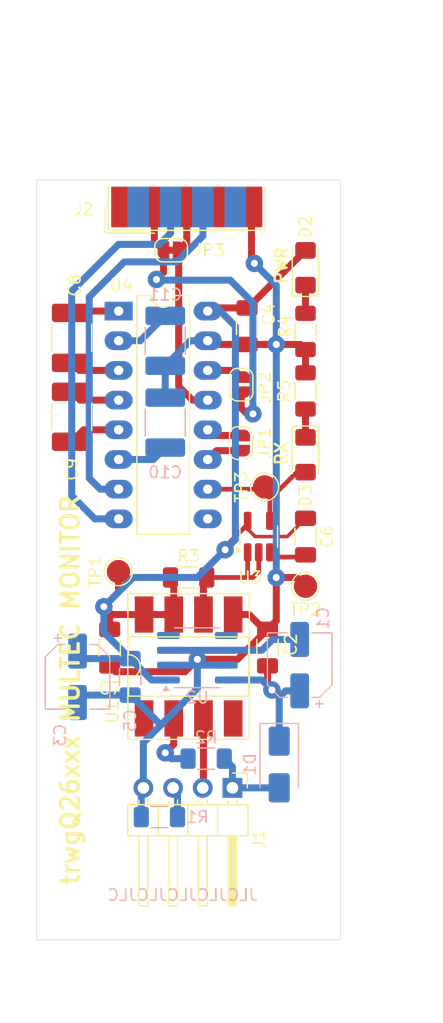
<source format=kicad_pcb>
(kicad_pcb (version 20221018) (generator pcbnew)
  (layers (0 "F.Cu" signal) (31 "B.Cu" signal) (34 "B.Paste" user) (35 "F.Paste" user) (36 "B.SilkS" user "B.Silkscreen") (37 "F.SilkS" user "F.Silkscreen") (38 "B.Mask" user) (39 "F.Mask" user) (44 "Edge.Cuts" user))
  (net 0 "")
  (net 1 "Net-(D1-K)")
  (net 2 "GND")
  (net 3 "+5V")
  (net 4 "Net-(U4-C1+)")
  (net 5 "Net-(U4-C1-)")
  (net 6 "Net-(U4-C2+)")
  (net 7 "Net-(U4-C2-)")
  (net 8 "Net-(U4-VS-)")
  (net 9 "Net-(U4-VS+)")
  (net 10 "Net-(D1-A)")
  (net 11 "Net-(D2-K)")
  (net 12 "Net-(D3-K)")
  (net 13 "Net-(D3-A)")
  (net 14 "Net-(J1-Pin_2)")
  (net 15 "Net-(J1-Pin_3)")
  (net 17 "Net-(JP2-A)")
  (net 18 "Net-(JP3-A)")
  (net 21 "Net-(U4-R2IN)")
  (net 22 "Net-(U4-T2OUT)")
  (net 24 "Net-(JP1-A)")
  (net 25 "Net-(JP1-B)")
  (net 26 "Net-(JP2-B)")
  (net 27 "Net-(U1-A)")
  (net 28 "Net-(U1-VO)")
  (footprint "Connector_PinHeader_2.54mm:PinHeader_1x04_P2.54mm_Horizontal" (layer "F.Cu") (at 120.75 100.5 -90)
    (fp_text reference "J1" (at 4.385 -2.27 90) (layer "F.SilkS"))
    (fp_text value "CAR")
    (fp_line (start -1.27 -1.27) (end 0 -1.27) (stroke (width 0.12)) (layer "F.SilkS"))
    (fp_line (start -1.27 0) (end -1.27 -1.27) (stroke (width 0.12)) (layer "F.SilkS"))
    (fp_line (start 1.042929 2.16) (end 1.44 2.16) (stroke (width 0.12)) (layer "F.SilkS"))
    (fp_line (start 1.042929 2.92) (end 1.44 2.92) (stroke (width 0.12)) (layer "F.SilkS"))
    (fp_line (start 1.042929 4.7) (end 1.44 4.7) (stroke (width 0.12)) (layer "F.SilkS"))
    (fp_line (start 1.042929 5.46) (end 1.44 5.46) (stroke (width 0.12)) (layer "F.SilkS"))
    (fp_line (start 1.042929 7.24) (end 1.44 7.24) (stroke (width 0.12)) (layer "F.SilkS"))
    (fp_line (start 1.042929 8) (end 1.44 8) (stroke (width 0.12)) (layer "F.SilkS"))
    (fp_line (start 1.11 -0.38) (end 1.44 -0.38) (stroke (width 0.12)) (layer "F.SilkS"))
    (fp_line (start 1.11 0.38) (end 1.44 0.38) (stroke (width 0.12)) (layer "F.SilkS"))
    (fp_line (start 1.44 -1.33) (end 1.44 8.95) (stroke (width 0.12)) (layer "F.SilkS"))
    (fp_line (start 1.44 1.27) (end 4.1 1.27) (stroke (width 0.12)) (layer "F.SilkS"))
    (fp_line (start 1.44 3.81) (end 4.1 3.81) (stroke (width 0.12)) (layer "F.SilkS"))
    (fp_line (start 1.44 6.35) (end 4.1 6.35) (stroke (width 0.12)) (layer "F.SilkS"))
    (fp_line (start 1.44 8.95) (end 4.1 8.95) (stroke (width 0.12)) (layer "F.SilkS"))
    (fp_line (start 4.1 -1.33) (end 1.44 -1.33) (stroke (width 0.12)) (layer "F.SilkS"))
    (fp_line (start 4.1 -0.38) (end 10.1 -0.38) (stroke (width 0.12)) (layer "F.SilkS"))
    (fp_line (start 4.1 -0.32) (end 10.1 -0.32) (stroke (width 0.12)) (layer "F.SilkS"))
    (fp_line (start 4.1 -0.2) (end 10.1 -0.2) (stroke (width 0.12)) (layer "F.SilkS"))
    (fp_line (start 4.1 -0.08) (end 10.1 -0.08) (stroke (width 0.12)) (layer "F.SilkS"))
    (fp_line (start 4.1 0.04) (end 10.1 0.04) (stroke (width 0.12)) (layer "F.SilkS"))
    (fp_line (start 4.1 0.16) (end 10.1 0.16) (stroke (width 0.12)) (layer "F.SilkS"))
    (fp_line (start 4.1 0.28) (end 10.1 0.28) (stroke (width 0.12)) (layer "F.SilkS"))
    (fp_line (start 4.1 2.16) (end 10.1 2.16) (stroke (width 0.12)) (layer "F.SilkS"))
    (fp_line (start 4.1 4.7) (end 10.1 4.7) (stroke (width 0.12)) (layer "F.SilkS"))
    (fp_line (start 4.1 7.24) (end 10.1 7.24) (stroke (width 0.12)) (layer "F.SilkS"))
    (fp_line (start 4.1 8.95) (end 4.1 -1.33) (stroke (width 0.12)) (layer "F.SilkS"))
    (fp_line (start 10.1 -0.38) (end 10.1 0.38) (stroke (width 0.12)) (layer "F.SilkS"))
    (fp_line (start 10.1 0.38) (end 4.1 0.38) (stroke (width 0.12)) (layer "F.SilkS"))
    (fp_line (start 10.1 2.16) (end 10.1 2.92) (stroke (width 0.12)) (layer "F.SilkS"))
    (fp_line (start 10.1 2.92) (end 4.1 2.92) (stroke (width 0.12)) (layer "F.SilkS"))
    (fp_line (start 10.1 4.7) (end 10.1 5.46) (stroke (width 0.12)) (layer "F.SilkS"))
    (fp_line (start 10.1 5.46) (end 4.1 5.46) (stroke (width 0.12)) (layer "F.SilkS"))
    (fp_line (start 10.1 7.24) (end 10.1 8) (stroke (width 0.12)) (layer "F.SilkS"))
    (fp_line (start 10.1 8) (end 4.1 8) (stroke (width 0.12)) (layer "F.SilkS"))
    (pad "1" thru_hole rect (at 0 0 270) (size 1.7 1.7) (drill 1) (layers "*.Cu" "*.Mask") (net 10 "Net-(D1-A)"))
    (pad "2" thru_hole oval (at 0 2.54 270) (size 1.7 1.7) (drill 1) (layers "*.Cu" "*.Mask") (net 14 "Net-(J1-Pin_2)"))
    (pad "3" thru_hole oval (at 0 5.08 270) (size 1.7 1.7) (drill 1) (layers "*.Cu" "*.Mask") (net 15 "Net-(J1-Pin_3)"))
    (pad "4" thru_hole oval (at 0 7.62 270) (size 1.7 1.7) (drill 1) (layers "*.Cu" "*.Mask") (net 2 "GND"))
  )
  (footprint "Resistor_SMD:R_1206_3216Metric_Pad1.30x1.75mm_HandSolder" (layer "F.Cu") (at 127 66.54 90)
    (fp_text reference "R5" (at 0 -1.82 90) (layer "F.SilkS"))
    (fp_text value "2k2")
    (fp_line (start -0.727064 -0.91) (end 0.727064 -0.91) (stroke (width 0.12)) (layer "F.SilkS"))
    (fp_line (start -0.727064 0.91) (end 0.727064 0.91) (stroke (width 0.12)) (layer "F.SilkS"))
    (pad "1" smd roundrect (at -1.55 0 90) (size 1.3 1.75) (layers "F.Cu" "F.Paste" "F.Mask") (roundrect_rratio 0.1923076923) (net 12 "Net-(D3-K)"))
    (pad "2" smd roundrect (at 1.55 0 90) (size 1.3 1.75) (layers "F.Cu" "F.Paste" "F.Mask") (roundrect_rratio 0.1923076923) (net 2 "GND"))
  )
  (footprint "Capacitor_SMD:C_1206_3216Metric_Pad1.33x1.80mm_HandSolder" (layer "F.Cu") (at 123.75 88.5 90)
    (fp_text reference "C2" (at 0.25 2 90) (layer "F.SilkS"))
    (fp_text value "100n")
    (fp_line (start -0.711252 -0.91) (end 0.711252 -0.91) (stroke (width 0.12)) (layer "F.SilkS"))
    (fp_line (start -0.711252 0.91) (end 0.711252 0.91) (stroke (width 0.12)) (layer "F.SilkS"))
    (pad "1" smd roundrect (at -1.5625 0 90) (size 1.325 1.8) (layers "F.Cu" "F.Paste" "F.Mask") (roundrect_rratio 0.1886792453) (net 1 "Net-(D1-K)"))
    (pad "2" smd roundrect (at 1.5625 0 90) (size 1.325 1.8) (layers "F.Cu" "F.Paste" "F.Mask") (roundrect_rratio 0.1886792453) (net 2 "GND"))
  )
  (footprint "Jumper:SolderJumper-2_P1.3mm_Open_RoundedPad1.0x1.5mm" (layer "F.Cu") (at 121.5 71 -90)
    (fp_text reference "JP1" (at 0 -2 90) (layer "F.SilkS"))
    (fp_text value "SB1")
    (fp_line (start -1.4 0.3) (end -1.4 -0.3) (stroke (width 0.12)) (layer "F.SilkS"))
    (fp_line (start -0.7 -1) (end 0.7 -1) (stroke (width 0.12)) (layer "F.SilkS"))
    (fp_line (start 0.7 1) (end -0.7 1) (stroke (width 0.12)) (layer "F.SilkS"))
    (fp_line (start 1.4 -0.3) (end 1.4 0.3) (stroke (width 0.12)) (layer "F.SilkS"))
    (fp_arc (start -1.4 -0.3) (mid -1.194975 -0.794975) (end -0.7 -1) (stroke (width 0.12)) (layer "F.SilkS"))
    (fp_arc (start -0.7 1) (mid -1.194975 0.794975) (end -1.4 0.3) (stroke (width 0.12)) (layer "F.SilkS"))
    (fp_arc (start 0.7 -1) (mid 1.194975 -0.794975) (end 1.4 -0.3) (stroke (width 0.12)) (layer "F.SilkS"))
    (fp_arc (start 1.4 0.3) (mid 1.194975 0.794975) (end 0.7 1) (stroke (width 0.12)) (layer "F.SilkS"))
    (pad "1" smd custom (at -0.65 0 270) (size 1 0.5) (layers "F.Cu" "F.Mask") (net 24 "Net-(JP1-A)") (options (clearance outline) (anchor rect)) (primitives (gr_circle (center 0 0.25) (end 0.5 0.25) (width 0) (fill yes)) (gr_circle (center 0 -0.25) (end 0.5 -0.25) (width 0) (fill yes)) (gr_poly (pts (xy 0.5 0.75) (xy 0 0.75) (xy 0 -0.75) (xy 0.5 -0.75)) (width 0) (fill yes))))
    (pad "2" smd custom (at 0.65 0 270) (size 1 0.5) (layers "F.Cu" "F.Mask") (net 25 "Net-(JP1-B)") (options (clearance outline) (anchor rect)) (primitives (gr_circle (center 0 0.25) (end 0.5 0.25) (width 0) (fill yes)) (gr_circle (center 0 -0.25) (end 0.5 -0.25) (width 0) (fill yes)) (gr_poly (pts (xy 0 0.75) (xy -0.5 0.75) (xy -0.5 -0.75) (xy 0 -0.75)) (width 0) (fill yes))))
  )
  (footprint "Capacitor_SMD:C_1812_4532Metric_Pad1.57x3.40mm_HandSolder" (layer "F.Cu") (at 107 62 -90)
    (fp_text reference "C8" (at -4.5 -0.25 -90) (layer "F.SilkS"))
    (fp_text value "1u")
    (fp_line (start -1.161252 -1.71) (end 1.161252 -1.71) (stroke (width 0.12)) (layer "F.SilkS"))
    (fp_line (start -1.161252 1.71) (end 1.161252 1.71) (stroke (width 0.12)) (layer "F.SilkS"))
    (pad "1" smd roundrect (at -2.1375 0 270) (size 1.575 3.4) (layers "F.Cu" "F.Paste" "F.Mask") (roundrect_rratio 0.1587301587) (net 4 "Net-(U4-C1+)"))
    (pad "2" smd roundrect (at 2.1375 0 270) (size 1.575 3.4) (layers "F.Cu" "F.Paste" "F.Mask") (roundrect_rratio 0.1587301587) (net 5 "Net-(U4-C1-)"))
  )
  (footprint "Package_TO_SOT_SMD:SOT-23-5_HandSoldering" (layer "F.Cu") (at 123 79 90)
    (fp_text reference "U3" (at -3.5 -0.75 180) (layer "F.SilkS"))
    (fp_text value "74AHC1G00")
    (fp_line (start -0.9 1.61) (end 0.9 1.61) (stroke (width 0.12)) (layer "F.SilkS"))
    (fp_line (start 0.1 -1.61) (end -0.7 -1.61) (stroke (width 0.12)) (layer "F.SilkS"))
    (fp_line (start 0.1 -1.61) (end 0.9 -1.61) (stroke (width 0.12)) (layer "F.SilkS"))
    (fp_poly (pts (xy -1.2 -1.56) (xy -1.44 -1.89) (xy -0.96 -1.89) (xy -1.2 -1.56)) (stroke (width 0.12)) (fill solid) (layer "F.SilkS"))
    (pad "1" smd roundrect (at -1.35 -0.95 90) (size 1.56 0.65) (layers "F.Cu" "F.Paste" "F.Mask") (net 28 "Net-(U1-VO)"))
    (pad "2" smd roundrect (at -1.35 0 90) (size 1.56 0.65) (layers "F.Cu" "F.Paste" "F.Mask") (net 28 "Net-(U1-VO)"))
    (pad "3" smd roundrect (at -1.35 0.95 90) (size 1.56 0.65) (layers "F.Cu" "F.Paste" "F.Mask") (net 2 "GND"))
    (pad "4" smd roundrect (at 1.35 0.95 90) (size 1.56 0.65) (layers "F.Cu" "F.Paste" "F.Mask") (net 13 "Net-(D3-A)"))
    (pad "5" smd roundrect (at 1.35 -0.95 90) (size 1.56 0.65) (layers "F.Cu" "F.Paste" "F.Mask") (net 3 "+5V"))
  )
  (footprint "TestPoint:TestPoint_Pad_D2.0mm" (layer "F.Cu") (at 127 83.25 180)
    (fp_text reference "TP2" (at 0 -1.998 180) (layer "F.SilkS"))
    (fp_text value "GND")
    (fp_circle (center 0 0) (end 0 1.2) (stroke (width 0.12)) (fill none) (layer "F.SilkS"))
    (pad "1" smd circle (at 0 0 180) (size 2 2) (layers "F.Cu" "F.Mask") (net 2 "GND"))
  )
  (footprint "Connector_Dsub:DSUB-9_Female_EdgeMount_P2.77mm" (layer "F.Cu") (at 116.84 50.8 180)
    (fp_text reference "J2" (at 8.84 -0.2) (layer "F.SilkS"))
    (fp_text value "PC")
    (fp_line (start -6.723333 -2) (end -6.723333 1.74) (stroke (width 0.12)) (layer "F.SilkS"))
    (fp_line (start 6.723333 -2) (end -6.723333 -2) (stroke (width 0.12)) (layer "F.SilkS"))
    (fp_line (start 6.723333 1.74) (end 6.723333 -2) (stroke (width 0.12)) (layer "F.SilkS"))
    (fp_line (start 6.963333 -2.24) (end 2.77 -2.24) (stroke (width 0.12)) (layer "F.SilkS"))
    (fp_line (start 6.963333 0) (end 6.963333 -2.24) (stroke (width 0.12)) (layer "F.SilkS"))
    (pad "1" smd rect (at 5.54 0 180) (size 1.846667 3.48) (layers "F.Cu" "F.Paste" "F.Mask"))
    (pad "2" smd rect (at 2.77 0 180) (size 1.846667 3.48) (layers "F.Cu" "F.Paste" "F.Mask") (net 17 "Net-(JP2-A)"))
    (pad "3" smd rect (at 0 0 180) (size 1.846667 3.48) (layers "F.Cu" "F.Paste" "F.Mask") (net 18 "Net-(JP3-A)"))
    (pad "4" smd rect (at -2.77 0 180) (size 1.846667 3.48) (layers "F.Cu" "F.Paste" "F.Mask"))
    (pad "5" smd rect (at -5.54 0 180) (size 1.846667 3.48) (layers "F.Cu" "F.Paste" "F.Mask") (net 2 "GND"))
    (pad "6" smd rect (at 4.155 0 180) (size 1.846667 3.48) (layers "B.Cu" "B.Paste" "B.Mask"))
    (pad "7" smd rect (at 1.385 0 180) (size 1.846667 3.48) (layers "B.Cu" "B.Paste" "B.Mask") (net 21 "Net-(U4-R2IN)"))
    (pad "8" smd rect (at -1.385 0 180) (size 1.846667 3.48) (layers "B.Cu" "B.Paste" "B.Mask") (net 22 "Net-(U4-T2OUT)"))
    (pad "9" smd rect (at -4.155 0 180) (size 1.846667 3.48) (layers "B.Cu" "B.Paste" "B.Mask"))
  )
  (footprint "TestPoint:TestPoint_Pad_D2.0mm" (layer "F.Cu") (at 111 82 90)
    (fp_text reference "TP1" (at 0 -1.998 90) (layer "F.SilkS"))
    (fp_text value "+5V")
    (fp_circle (center 0 0) (end 0 1.2) (stroke (width 0.12)) (fill none) (layer "F.SilkS"))
    (pad "1" smd circle (at 0 0 90) (size 2 2) (layers "F.Cu" "F.Mask") (net 3 "+5V"))
  )
  (footprint "Capacitor_SMD:C_1206_3216Metric_Pad1.33x1.80mm_HandSolder" (layer "F.Cu") (at 110.25 88.5 -90)
    (fp_text reference "C7" (at 3.5 0 -180) (layer "F.SilkS"))
    (fp_text value "100n")
    (fp_line (start -0.711252 -0.91) (end 0.711252 -0.91) (stroke (width 0.12)) (layer "F.SilkS"))
    (fp_line (start -0.711252 0.91) (end 0.711252 0.91) (stroke (width 0.12)) (layer "F.SilkS"))
    (pad "1" smd roundrect (at -1.5625 0 270) (size 1.325 1.8) (layers "F.Cu" "F.Paste" "F.Mask") (roundrect_rratio 0.1886792453) (net 3 "+5V"))
    (pad "2" smd roundrect (at 1.5625 0 270) (size 1.325 1.8) (layers "F.Cu" "F.Paste" "F.Mask") (roundrect_rratio 0.1886792453) (net 2 "GND"))
  )
  (footprint "LED_SMD:LED_1206_3216Metric_Pad1.42x1.75mm_HandSolder" (layer "F.Cu") (at 127 72 -90)
    (fp_text reference "D3" (at 3.5 0 90) (layer "F.SilkS"))
    (fp_text value "RX")
    (fp_line (start -2.46 -1.135) (end -2.46 1.135) (stroke (width 0.12)) (layer "F.SilkS"))
    (fp_line (start -2.46 1.135) (end 1.6 1.135) (stroke (width 0.12)) (layer "F.SilkS"))
    (fp_line (start 1.6 -1.135) (end -2.46 -1.135) (stroke (width 0.12)) (layer "F.SilkS"))
    (pad "1" smd roundrect (at -1.4875 0 270) (size 1.425 1.75) (layers "F.Cu" "F.Paste" "F.Mask") (roundrect_rratio 0.1754392982) (net 12 "Net-(D3-K)"))
    (pad "2" smd roundrect (at 1.4875 0 270) (size 1.425 1.75) (layers "F.Cu" "F.Paste" "F.Mask") (roundrect_rratio 0.1754392982) (net 13 "Net-(D3-A)"))
  )
  (footprint "TestPoint:TestPoint_Pad_D2.0mm" (layer "F.Cu") (at 123.5 74.75 90)
    (fp_text reference "TP3" (at 0 -1.998 90) (layer "F.SilkS"))
    (fp_text value "SIG")
    (fp_circle (center 0 0) (end 0 1.2) (stroke (width 0.12)) (fill none) (layer "F.SilkS"))
    (pad "1" smd circle (at 0 0 90) (size 2 2) (layers "F.Cu" "F.Mask") (net 13 "Net-(D3-A)"))
  )
  (footprint "Package_DIP:DIP-16_W7.62mm_LongPads" (layer "F.Cu") (at 111.015 59.705)
    (fp_text reference "U4" (at 0.235 -2.205) (layer "F.SilkS"))
    (fp_text value "MAX232")
    (fp_line (start 1.56 -1.33) (end 1.56 19.11) (stroke (width 0.12)) (layer "F.SilkS"))
    (fp_line (start 1.56 19.11) (end 6.06 19.11) (stroke (width 0.12)) (layer "F.SilkS"))
    (fp_line (start 2.81 -1.33) (end 1.56 -1.33) (stroke (width 0.12)) (layer "F.SilkS"))
    (fp_line (start 6.06 -1.33) (end 4.81 -1.33) (stroke (width 0.12)) (layer "F.SilkS"))
    (fp_line (start 6.06 19.11) (end 6.06 -1.33) (stroke (width 0.12)) (layer "F.SilkS"))
    (fp_arc (start 4.81 -1.33) (mid 3.81 -0.33) (end 2.81 -1.33) (stroke (width 0.12)) (layer "F.SilkS"))
    (pad "1" thru_hole rect (at 0 0) (size 2.4 1.6) (drill 0.8) (layers "*.Cu" "*.Mask") (net 4 "Net-(U4-C1+)"))
    (pad "2" thru_hole oval (at 0 2.54) (size 2.4 1.6) (drill 0.8) (layers "*.Cu" "*.Mask") (net 9 "Net-(U4-VS+)"))
    (pad "3" thru_hole oval (at 0 5.08) (size 2.4 1.6) (drill 0.8) (layers "*.Cu" "*.Mask") (net 5 "Net-(U4-C1-)"))
    (pad "4" thru_hole oval (at 0 7.62) (size 2.4 1.6) (drill 0.8) (layers "*.Cu" "*.Mask") (net 6 "Net-(U4-C2+)"))
    (pad "5" thru_hole oval (at 0 10.16) (size 2.4 1.6) (drill 0.8) (layers "*.Cu" "*.Mask") (net 7 "Net-(U4-C2-)"))
    (pad "6" thru_hole oval (at 0 12.7) (size 2.4 1.6) (drill 0.8) (layers "*.Cu" "*.Mask") (net 8 "Net-(U4-VS-)"))
    (pad "7" thru_hole oval (at 0 15.24) (size 2.4 1.6) (drill 0.8) (layers "*.Cu" "*.Mask") (net 22 "Net-(U4-T2OUT)"))
    (pad "8" thru_hole oval (at 0 17.78) (size 2.4 1.6) (drill 0.8) (layers "*.Cu" "*.Mask") (net 21 "Net-(U4-R2IN)"))
    (pad "9" thru_hole oval (at 7.62 17.78) (size 2.4 1.6) (drill 0.8) (layers "*.Cu" "*.Mask"))
    (pad "10" thru_hole oval (at 7.62 15.24) (size 2.4 1.6) (drill 0.8) (layers "*.Cu" "*.Mask") (net 13 "Net-(D3-A)"))
    (pad "11" thru_hole oval (at 7.62 12.7) (size 2.4 1.6) (drill 0.8) (layers "*.Cu" "*.Mask") (net 25 "Net-(JP1-B)"))
    (pad "12" thru_hole oval (at 7.62 10.16) (size 2.4 1.6) (drill 0.8) (layers "*.Cu" "*.Mask") (net 24 "Net-(JP1-A)"))
    (pad "13" thru_hole oval (at 7.62 7.62) (size 2.4 1.6) (drill 0.8) (layers "*.Cu" "*.Mask") (net 18 "Net-(JP3-A)"))
    (pad "14" thru_hole oval (at 7.62 5.08) (size 2.4 1.6) (drill 0.8) (layers "*.Cu" "*.Mask") (net 26 "Net-(JP2-B)"))
    (pad "15" thru_hole oval (at 7.62 2.54) (size 2.4 1.6) (drill 0.8) (layers "*.Cu" "*.Mask") (net 2 "GND"))
    (pad "16" thru_hole oval (at 7.62 0) (size 2.4 1.6) (drill 0.8) (layers "*.Cu" "*.Mask") (net 3 "+5V"))
  )
  (footprint "LED_SMD:LED_1206_3216Metric_Pad1.42x1.75mm_HandSolder" (layer "F.Cu") (at 127 56 90)
    (fp_text reference "D2" (at 3.5 0 90) (layer "F.SilkS"))
    (fp_text value "PWR")
    (fp_line (start -2.46 -1.135) (end -2.46 1.135) (stroke (width 0.12)) (layer "F.SilkS"))
    (fp_line (start -2.46 1.135) (end 1.6 1.135) (stroke (width 0.12)) (layer "F.SilkS"))
    (fp_line (start 1.6 -1.135) (end -2.46 -1.135) (stroke (width 0.12)) (layer "F.SilkS"))
    (pad "1" smd roundrect (at -1.4875 0 90) (size 1.425 1.75) (layers "F.Cu" "F.Paste" "F.Mask") (roundrect_rratio 0.1754392982) (net 11 "Net-(D2-K)"))
    (pad "2" smd roundrect (at 1.4875 0 90) (size 1.425 1.75) (layers "F.Cu" "F.Paste" "F.Mask") (roundrect_rratio 0.1754392982) (net 3 "+5V"))
  )
  (footprint "Capacitor_SMD:C_1812_4532Metric_Pad1.57x3.40mm_HandSolder" (layer "F.Cu") (at 107 68.75 -90)
    (fp_text reference "C9" (at 4.5 0 -90) (layer "F.SilkS"))
    (fp_text value "1u")
    (fp_line (start -1.161252 -1.71) (end 1.161252 -1.71) (stroke (width 0.12)) (layer "F.SilkS"))
    (fp_line (start -1.161252 1.71) (end 1.161252 1.71) (stroke (width 0.12)) (layer "F.SilkS"))
    (pad "1" smd roundrect (at -2.1375 0 270) (size 1.575 3.4) (layers "F.Cu" "F.Paste" "F.Mask") (roundrect_rratio 0.1587301587) (net 6 "Net-(U4-C2+)"))
    (pad "2" smd roundrect (at 2.1375 0 270) (size 1.575 3.4) (layers "F.Cu" "F.Paste" "F.Mask") (roundrect_rratio 0.1587301587) (net 7 "Net-(U4-C2-)"))
  )
  (footprint "Package_DIP:DIP-8_W8.89mm_SMDSocket_LongPads" (layer "F.Cu") (at 117 90.115 90)
    (fp_text reference "U1" (at -3.885 -6.5 270) (layer "F.SilkS"))
    (fp_text value "6N137")
    (fp_line (start -6.235 -5.2) (end -6.235 5.2) (stroke (width 0.12)) (layer "F.SilkS"))
    (fp_line (start -6.235 5.2) (end 6.235 5.2) (stroke (width 0.12)) (layer "F.SilkS"))
    (fp_line (start -2.535 -5.14) (end -2.535 5.14) (stroke (width 0.12)) (layer "F.SilkS"))
    (fp_line (start -2.535 5.14) (end 2.535 5.14) (stroke (width 0.12)) (layer "F.SilkS"))
    (fp_line (start -1 -5.14) (end -2.535 -5.14) (stroke (width 0.12)) (layer "F.SilkS"))
    (fp_line (start 2.535 -5.14) (end 1 -5.14) (stroke (width 0.12)) (layer "F.SilkS"))
    (fp_line (start 2.535 5.14) (end 2.535 -5.14) (stroke (width 0.12)) (layer "F.SilkS"))
    (fp_line (start 6.235 -5.2) (end -6.235 -5.2) (stroke (width 0.12)) (layer "F.SilkS"))
    (fp_line (start 6.235 5.2) (end 6.235 -5.2) (stroke (width 0.12)) (layer "F.SilkS"))
    (fp_arc (start 1 -5.14) (mid 0 -4.14) (end -1 -5.14) (stroke (width 0.12)) (layer "F.SilkS"))
    (pad "1" smd rect (at -4.445 -3.81 90) (size 3.1 1.6) (layers "F.Cu" "F.Paste" "F.Mask"))
    (pad "2" smd rect (at -4.445 -1.27 90) (size 3.1 1.6) (layers "F.Cu" "F.Paste" "F.Mask") (net 27 "Net-(U1-A)"))
    (pad "3" smd rect (at -4.445 1.27 90) (size 3.1 1.6) (layers "F.Cu" "F.Paste" "F.Mask") (net 14 "Net-(J1-Pin_2)"))
    (pad "4" smd rect (at -4.445 3.81 90) (size 3.1 1.6) (layers "F.Cu" "F.Paste" "F.Mask"))
    (pad "5" smd rect (at 4.445 3.81 90) (size 3.1 1.6) (layers "F.Cu" "F.Paste" "F.Mask") (net 2 "GND"))
    (pad "6" smd rect (at 4.445 1.27 90) (size 3.1 1.6) (layers "F.Cu" "F.Paste" "F.Mask") (net 28 "Net-(U1-VO)"))
    (pad "7" smd rect (at 4.445 -1.27 90) (size 3.1 1.6) (layers "F.Cu" "F.Paste" "F.Mask") (net 3 "+5V"))
    (pad "8" smd rect (at 4.445 -3.81 90) (size 3.1 1.6) (layers "F.Cu" "F.Paste" "F.Mask") (net 3 "+5V"))
  )
  (footprint "Capacitor_SMD:C_1206_3216Metric_Pad1.33x1.80mm_HandSolder" (layer "F.Cu") (at 127 79 -90)
    (fp_text reference "C6" (at 0 -1.85 90) (layer "F.SilkS"))
    (fp_text value "100n")
    (fp_line (start -0.711252 -0.91) (end 0.711252 -0.91) (stroke (width 0.12)) (layer "F.SilkS"))
    (fp_line (start -0.711252 0.91) (end 0.711252 0.91) (stroke (width 0.12)) (layer "F.SilkS"))
    (pad "1" smd roundrect (at -1.5625 0 270) (size 1.325 1.8) (layers "F.Cu" "F.Paste" "F.Mask") (roundrect_rratio 0.1886792453) (net 3 "+5V"))
    (pad "2" smd roundrect (at 1.5625 0 270) (size 1.325 1.8) (layers "F.Cu" "F.Paste" "F.Mask") (roundrect_rratio 0.1886792453) (net 2 "GND"))
  )
  (footprint "Jumper:SolderJumper-2_P1.3mm_Bridged_RoundedPad1.0x1.5mm" (layer "F.Cu") (at 115.5 54.5 180)
    (fp_text reference "JP3" (at -3.25 0) (layer "F.SilkS"))
    (fp_text value "SB3")
    (fp_poly (pts (xy 0.25 -0.3) (xy -0.25 -0.3) (xy -0.25 0.3) (xy 0.25 0.3)) (fill solid) (layer "F.Cu"))
    (fp_line (start -1.4 0.3) (end -1.4 -0.3) (stroke (width 0.12)) (layer "F.SilkS"))
    (fp_line (start -0.7 -1) (end 0.7 -1) (stroke (width 0.12)) (layer "F.SilkS"))
    (fp_line (start 0.7 1) (end -0.7 1) (stroke (width 0.12)) (layer "F.SilkS"))
    (fp_line (start 1.4 -0.3) (end 1.4 0.3) (stroke (width 0.12)) (layer "F.SilkS"))
    (fp_arc (start -1.4 -0.3) (mid -1.194975 -0.794975) (end -0.7 -1) (stroke (width 0.12)) (layer "F.SilkS"))
    (fp_arc (start -0.7 1) (mid -1.194975 0.794975) (end -1.4 0.3) (stroke (width 0.12)) (layer "F.SilkS"))
    (fp_arc (start 0.7 -1) (mid 1.194975 -0.794975) (end 1.4 -0.3) (stroke (width 0.12)) (layer "F.SilkS"))
    (fp_arc (start 1.4 0.3) (mid 1.194975 0.794975) (end 0.7 1) (stroke (width 0.12)) (layer "F.SilkS"))
    (pad "1" smd custom (at -0.65 0 180) (size 1 0.5) (layers "F.Cu" "F.Mask") (net 18 "Net-(JP3-A)") (options (clearance outline) (anchor rect)) (primitives (gr_circle (center 0 0.25) (end 0.5 0.25) (width 0) (fill yes)) (gr_circle (center 0 -0.25) (end 0.5 -0.25) (width 0) (fill yes)) (gr_poly (pts (xy 0.5 0.75) (xy 0 0.75) (xy 0 -0.75) (xy 0.5 -0.75)) (width 0) (fill yes))))
    (pad "2" smd custom (at 0.65 0 180) (size 1 0.5) (layers "F.Cu" "F.Mask") (net 17 "Net-(JP2-A)") (options (clearance outline) (anchor rect)) (primitives (gr_circle (center 0 0.25) (end 0.5 0.25) (width 0) (fill yes)) (gr_circle (center 0 -0.25) (end 0.5 -0.25) (width 0) (fill yes)) (gr_poly (pts (xy 0 0.75) (xy -0.5 0.75) (xy -0.5 -0.75) (xy 0 -0.75)) (width 0) (fill yes))))
  )
  (footprint "Resistor_SMD:R_1206_3216Metric_Pad1.30x1.75mm_HandSolder" (layer "F.Cu") (at 117 82.5)
    (fp_text reference "R3" (at 0 -1.82) (layer "F.SilkS"))
    (fp_text value "3k9")
    (fp_line (start -0.727064 -0.91) (end 0.727064 -0.91) (stroke (width 0.12)) (layer "F.SilkS"))
    (fp_line (start -0.727064 0.91) (end 0.727064 0.91) (stroke (width 0.12)) (layer "F.SilkS"))
    (pad "1" smd roundrect (at -1.55 0) (size 1.3 1.75) (layers "F.Cu" "F.Paste" "F.Mask") (roundrect_rratio 0.1923076923) (net 3 "+5V"))
    (pad "2" smd roundrect (at 1.55 0) (size 1.3 1.75) (layers "F.Cu" "F.Paste" "F.Mask") (roundrect_rratio 0.1923076923) (net 28 "Net-(U1-VO)"))
  )
  (footprint "Capacitor_SMD:C_1206_3216Metric_Pad1.33x1.80mm_HandSolder" (layer "F.Cu") (at 122 61 -90)
    (fp_text reference "C4" (at -1 -1.85 90) (layer "F.SilkS"))
    (fp_text value "100n")
    (fp_line (start -0.711252 -0.91) (end 0.711252 -0.91) (stroke (width 0.12)) (layer "F.SilkS"))
    (fp_line (start -0.711252 0.91) (end 0.711252 0.91) (stroke (width 0.12)) (layer "F.SilkS"))
    (pad "1" smd roundrect (at -1.5625 0 270) (size 1.325 1.8) (layers "F.Cu" "F.Paste" "F.Mask") (roundrect_rratio 0.1886792453) (net 3 "+5V"))
    (pad "2" smd roundrect (at 1.5625 0 270) (size 1.325 1.8) (layers "F.Cu" "F.Paste" "F.Mask") (roundrect_rratio 0.1886792453) (net 2 "GND"))
  )
  (footprint "Resistor_SMD:R_1206_3216Metric_Pad1.30x1.75mm_HandSolder" (layer "F.Cu") (at 127 61.45 -90)
    (fp_text reference "R4" (at -0.45 1.75 90) (layer "F.SilkS"))
    (fp_text value "2k2")
    (fp_line (start -0.727064 -0.91) (end 0.727064 -0.91) (stroke (width 0.12)) (layer "F.SilkS"))
    (fp_line (start -0.727064 0.91) (end 0.727064 0.91) (stroke (width 0.12)) (layer "F.SilkS"))
    (pad "1" smd roundrect (at -1.55 0 270) (size 1.3 1.75) (layers "F.Cu" "F.Paste" "F.Mask") (roundrect_rratio 0.1923076923) (net 11 "Net-(D2-K)"))
    (pad "2" smd roundrect (at 1.55 0 270) (size 1.3 1.75) (layers "F.Cu" "F.Paste" "F.Mask") (roundrect_rratio 0.1923076923) (net 2 "GND"))
  )
  (footprint "Jumper:SolderJumper-2_P1.3mm_Open_RoundedPad1.0x1.5mm" (layer "F.Cu") (at 121.5 66 90)
    (fp_text reference "JP2" (at -0.25 2 270) (layer "F.SilkS"))
    (fp_text value "SB2")
    (fp_line (start -1.4 0.3) (end -1.4 -0.3) (stroke (width 0.12)) (layer "F.SilkS"))
    (fp_line (start -0.7 -1) (end 0.7 -1) (stroke (width 0.12)) (layer "F.SilkS"))
    (fp_line (start 0.7 1) (end -0.7 1) (stroke (width 0.12)) (layer "F.SilkS"))
    (fp_line (start 1.4 -0.3) (end 1.4 0.3) (stroke (width 0.12)) (layer "F.SilkS"))
    (fp_arc (start -1.4 -0.3) (mid -1.194975 -0.794975) (end -0.7 -1) (stroke (width 0.12)) (layer "F.SilkS"))
    (fp_arc (start -0.7 1) (mid -1.194975 0.794975) (end -1.4 0.3) (stroke (width 0.12)) (layer "F.SilkS"))
    (fp_arc (start 0.7 -1) (mid 1.194975 -0.794975) (end 1.4 -0.3) (stroke (width 0.12)) (layer "F.SilkS"))
    (fp_arc (start 1.4 0.3) (mid 1.194975 0.794975) (end 0.7 1) (stroke (width 0.12)) (layer "F.SilkS"))
    (pad "1" smd custom (at -0.65 0 90) (size 1 0.5) (layers "F.Cu" "F.Mask") (net 17 "Net-(JP2-A)") (options (clearance outline) (anchor rect)) (primitives (gr_circle (center 0 0.25) (end 0.5 0.25) (width 0) (fill yes)) (gr_circle (center 0 -0.25) (end 0.5 -0.25) (width 0) (fill yes)) (gr_poly (pts (xy 0.5 0.75) (xy 0 0.75) (xy 0 -0.75) (xy 0.5 -0.75)) (width 0) (fill yes))))
    (pad "2" smd custom (at 0.65 0 90) (size 1 0.5) (layers "F.Cu" "F.Mask") (net 26 "Net-(JP2-B)") (options (clearance outline) (anchor rect)) (primitives (gr_circle (center 0 0.25) (end 0.5 0.25) (width 0) (fill yes)) (gr_circle (center 0 -0.25) (end 0.5 -0.25) (width 0) (fill yes)) (gr_poly (pts (xy 0 0.75) (xy -0.5 0.75) (xy -0.5 -0.75) (xy 0 -0.75)) (width 0) (fill yes))))
  )
  (footprint "Capacitor_SMD:CP_Elec_5x3" (layer "B.Cu") (at 107.5 91 -90)
    (fp_text reference "C3" (at 5 1.5 -90) (layer "B.SilkS") (effects (justify mirror)))
    (fp_text value "10u")
    (fp_line (start -3.625 1.685) (end -3 1.685) (stroke (width 0.12)) (layer "B.SilkS"))
    (fp_line (start -3.3125 1.9975) (end -3.3125 1.3725) (stroke (width 0.12)) (layer "B.SilkS"))
    (fp_line (start -2.76 -1.695563) (end -2.76 -1.06) (stroke (width 0.12)) (layer "B.SilkS"))
    (fp_line (start -2.76 -1.695563) (end -1.695563 -2.76) (stroke (width 0.12)) (layer "B.SilkS"))
    (fp_line (start -2.76 1.695563) (end -2.76 1.06) (stroke (width 0.12)) (layer "B.SilkS"))
    (fp_line (start -2.76 1.695563) (end -1.695563 2.76) (stroke (width 0.12)) (layer "B.SilkS"))
    (fp_line (start -1.695563 -2.76) (end 2.76 -2.76) (stroke (width 0.12)) (layer "B.SilkS"))
    (fp_line (start -1.695563 2.76) (end 2.76 2.76) (stroke (width 0.12)) (layer "B.SilkS"))
    (fp_line (start 2.76 -2.76) (end 2.76 -1.06) (stroke (width 0.12)) (layer "B.SilkS"))
    (fp_line (start 2.76 2.76) (end 2.76 1.06) (stroke (width 0.12)) (layer "B.SilkS"))
    (pad "1" smd roundrect (at -2.2 0 270) (size 3 1.6) (layers "B.Cu" "B.Paste" "B.Mask") (roundrect_rratio 0.15625) (net 3 "+5V"))
    (pad "2" smd roundrect (at 2.2 0 270) (size 3 1.6) (layers "B.Cu" "B.Paste" "B.Mask") (roundrect_rratio 0.15625) (net 2 "GND"))
  )
  (footprint "Capacitor_SMD:C_1206_3216Metric_Pad1.33x1.80mm_HandSolder" (layer "B.Cu") (at 112 91 -90)
    (fp_text reference "C5" (at 3.75 0 90) (layer "B.SilkS") (effects (justify mirror)))
    (fp_text value "100n")
    (fp_line (start -0.711252 -0.91) (end 0.711252 -0.91) (stroke (width 0.12)) (layer "B.SilkS"))
    (fp_line (start -0.711252 0.91) (end 0.711252 0.91) (stroke (width 0.12)) (layer "B.SilkS"))
    (pad "1" smd roundrect (at -1.5625 0 270) (size 1.325 1.8) (layers "B.Cu" "B.Paste" "B.Mask") (roundrect_rratio 0.1886792453) (net 3 "+5V"))
    (pad "2" smd roundrect (at 1.5625 0 270) (size 1.325 1.8) (layers "B.Cu" "B.Paste" "B.Mask") (roundrect_rratio 0.1886792453) (net 2 "GND"))
  )
  (footprint "Capacitor_SMD:C_1812_4532Metric_Pad1.57x3.40mm_HandSolder" (layer "B.Cu") (at 115 62.25 -90)
    (fp_text reference "C11" (at -3.95 0 -180) (layer "B.SilkS") (effects (justify mirror)))
    (fp_text value "1u")
    (fp_line (start -1.161252 -1.71) (end 1.161252 -1.71) (stroke (width 0.12)) (layer "B.SilkS"))
    (fp_line (start -1.161252 1.71) (end 1.161252 1.71) (stroke (width 0.12)) (layer "B.SilkS"))
    (pad "1" smd roundrect (at -2.1375 0 270) (size 1.575 3.4) (layers "B.Cu" "B.Paste" "B.Mask") (roundrect_rratio 0.1587301587) (net 9 "Net-(U4-VS+)"))
    (pad "2" smd roundrect (at 2.1375 0 270) (size 1.575 3.4) (layers "B.Cu" "B.Paste" "B.Mask") (roundrect_rratio 0.1587301587) (net 2 "GND"))
  )
  (footprint "Capacitor_SMD:C_1812_4532Metric_Pad1.57x3.40mm_HandSolder" (layer "B.Cu") (at 115 69.25 -90)
    (fp_text reference "C10" (at 4.25 0 -180) (layer "B.SilkS") (effects (justify mirror)))
    (fp_text value "1u")
    (fp_line (start -1.161252 -1.71) (end 1.161252 -1.71) (stroke (width 0.12)) (layer "B.SilkS"))
    (fp_line (start -1.161252 1.71) (end 1.161252 1.71) (stroke (width 0.12)) (layer "B.SilkS"))
    (pad "1" smd roundrect (at -2.1375 0 270) (size 1.575 3.4) (layers "B.Cu" "B.Paste" "B.Mask") (roundrect_rratio 0.1587301587) (net 2 "GND"))
    (pad "2" smd roundrect (at 2.1375 0 270) (size 1.575 3.4) (layers "B.Cu" "B.Paste" "B.Mask") (roundrect_rratio 0.1587301587) (net 8 "Net-(U4-VS-)"))
  )
  (footprint "Resistor_SMD:R_1206_3216Metric_Pad1.30x1.75mm_HandSolder" (layer "B.Cu") (at 114.5 103 180)
    (fp_text reference "R1" (at -3.25 0) (layer "B.SilkS") (effects (justify mirror)))
    (fp_text value "10k")
    (fp_line (start -0.727064 -0.91) (end 0.727064 -0.91) (stroke (width 0.12)) (layer "B.SilkS"))
    (fp_line (start -0.727064 0.91) (end 0.727064 0.91) (stroke (width 0.12)) (layer "B.SilkS"))
    (pad "1" smd roundrect (at -1.55 0 180) (size 1.3 1.75) (layers "B.Cu" "B.Paste" "B.Mask") (roundrect_rratio 0.1923076923) (net 15 "Net-(J1-Pin_3)"))
    (pad "2" smd roundrect (at 1.55 0 180) (size 1.3 1.75) (layers "B.Cu" "B.Paste" "B.Mask") (roundrect_rratio 0.1923076923) (net 2 "GND"))
  )
  (footprint "Capacitor_SMD:CP_Elec_5x3" (layer "B.Cu") (at 126.5 90 90)
    (fp_text reference "C1" (at 4 2 90) (layer "B.SilkS") (effects (justify mirror)))
    (fp_text value "100u")
    (fp_line (start -3.625 1.685) (end -3 1.685) (stroke (width 0.12)) (layer "B.SilkS"))
    (fp_line (start -3.3125 1.9975) (end -3.3125 1.3725) (stroke (width 0.12)) (layer "B.SilkS"))
    (fp_line (start -2.76 -1.695563) (end -2.76 -1.06) (stroke (width 0.12)) (layer "B.SilkS"))
    (fp_line (start -2.76 -1.695563) (end -1.695563 -2.76) (stroke (width 0.12)) (layer "B.SilkS"))
    (fp_line (start -2.76 1.695563) (end -2.76 1.06) (stroke (width 0.12)) (layer "B.SilkS"))
    (fp_line (start -2.76 1.695563) (end -1.695563 2.76) (stroke (width 0.12)) (layer "B.SilkS"))
    (fp_line (start -1.695563 -2.76) (end 2.76 -2.76) (stroke (width 0.12)) (layer "B.SilkS"))
    (fp_line (start -1.695563 2.76) (end 2.76 2.76) (stroke (width 0.12)) (layer "B.SilkS"))
    (fp_line (start 2.76 -2.76) (end 2.76 -1.06) (stroke (width 0.12)) (layer "B.SilkS"))
    (fp_line (start 2.76 2.76) (end 2.76 1.06) (stroke (width 0.12)) (layer "B.SilkS"))
    (pad "1" smd roundrect (at -2.2 0 90) (size 3 1.6) (layers "B.Cu" "B.Paste" "B.Mask") (roundrect_rratio 0.15625) (net 1 "Net-(D1-K)"))
    (pad "2" smd roundrect (at 2.2 0 90) (size 3 1.6) (layers "B.Cu" "B.Paste" "B.Mask") (roundrect_rratio 0.15625) (net 2 "GND"))
  )
  (footprint "Package_SO:SOIC-8_3.9x4.9mm_P1.27mm" (layer "B.Cu") (at 117.75 89.365)
    (fp_text reference "U2" (at 0 3.4) (layer "B.SilkS") (effects (justify mirror)))
    (fp_text value "LM78L05_SO8")
    (fp_line (start 0 -2.56) (end -1.95 -2.56) (stroke (width 0.12)) (layer "B.SilkS"))
    (fp_line (start 0 -2.56) (end 1.95 -2.56) (stroke (width 0.12)) (layer "B.SilkS"))
    (fp_line (start 0 2.56) (end -1.95 2.56) (stroke (width 0.12)) (layer "B.SilkS"))
    (fp_line (start 0 2.56) (end 1.95 2.56) (stroke (width 0.12)) (layer "B.SilkS"))
    (fp_poly (pts (xy -2.7 2.465) (xy -2.94 2.795) (xy -2.46 2.795) (xy -2.7 2.465)) (stroke (width 0.12)) (fill solid) (layer "B.SilkS"))
    (pad "1" smd roundrect (at -2.475 1.905) (size 1.95 0.6) (layers "B.Cu" "B.Paste" "B.Mask") (net 3 "+5V"))
    (pad "2" smd roundrect (at -2.475 0.635) (size 1.95 0.6) (layers "B.Cu" "B.Paste" "B.Mask") (net 2 "GND"))
    (pad "3" smd roundrect (at -2.475 -0.635) (size 1.95 0.6) (layers "B.Cu" "B.Paste" "B.Mask") (net 2 "GND"))
    (pad "4" smd roundrect (at -2.475 -1.905) (size 1.95 0.6) (layers "B.Cu" "B.Paste" "B.Mask"))
    (pad "5" smd roundrect (at 2.475 -1.905) (size 1.95 0.6) (layers "B.Cu" "B.Paste" "B.Mask"))
    (pad "6" smd roundrect (at 2.475 -0.635) (size 1.95 0.6) (layers "B.Cu" "B.Paste" "B.Mask") (net 2 "GND"))
    (pad "7" smd roundrect (at 2.475 0.635) (size 1.95 0.6) (layers "B.Cu" "B.Paste" "B.Mask") (net 2 "GND"))
    (pad "8" smd roundrect (at 2.475 1.905) (size 1.95 0.6) (layers "B.Cu" "B.Paste" "B.Mask") (net 1 "Net-(D1-K)"))
  )
  (footprint "Resistor_SMD:R_1206_3216Metric_Pad1.30x1.75mm_HandSolder" (layer "B.Cu") (at 118.5 98 180)
    (fp_text reference "R2" (at 0 1.82) (layer "B.SilkS") (effects (justify mirror)))
    (fp_text value "1k5")
    (fp_line (start -0.727064 -0.91) (end 0.727064 -0.91) (stroke (width 0.12)) (layer "B.SilkS"))
    (fp_line (start -0.727064 0.91) (end 0.727064 0.91) (stroke (width 0.12)) (layer "B.SilkS"))
    (pad "1" smd roundrect (at -1.55 0 180) (size 1.3 1.75) (layers "B.Cu" "B.Paste" "B.Mask") (roundrect_rratio 0.1923076923) (net 10 "Net-(D1-A)"))
    (pad "2" smd roundrect (at 1.55 0 180) (size 1.3 1.75) (layers "B.Cu" "B.Paste" "B.Mask") (roundrect_rratio 0.1923076923) (net 27 "Net-(U1-A)"))
  )
  (footprint "Diode_SMD:D_SMA" (layer "B.Cu") (at 124.75 98.5 -90)
    (fp_text reference "D1" (at 0 2.5 90) (layer "B.SilkS") (effects (justify mirror)))
    (fp_text value "MRA4007T3G")
    (fp_line (start -3.51 -1.65) (end 2 -1.65) (stroke (width 0.12)) (layer "B.SilkS"))
    (fp_line (start -3.51 1.65) (end -3.51 -1.65) (stroke (width 0.12)) (layer "B.SilkS"))
    (fp_line (start -3.51 1.65) (end 2 1.65) (stroke (width 0.12)) (layer "B.SilkS"))
    (pad "1" smd roundrect (at -2 0 270) (size 2.5 1.8) (layers "B.Cu" "B.Paste" "B.Mask") (roundrect_rratio 0.1388888889) (net 1 "Net-(D1-K)"))
    (pad "2" smd roundrect (at 2 0 270) (size 2.5 1.8) (layers "B.Cu" "B.Paste" "B.Mask") (roundrect_rratio 0.1388888889) (net 10 "Net-(D1-A)"))
  )
  (gr_line (start 130 48.5) (end 130 113.5) (stroke (width 0.05)) (layer "Edge.Cuts"))
  (gr_line (start 104 48.5) (end 130 48.5) (stroke (width 0.05)) (layer "Edge.Cuts"))
  (gr_line (start 104 113.5) (end 104 48.5) (stroke (width 0.05)) (layer "Edge.Cuts"))
  (gr_line (start 130 113.5) (end 104 113.5) (stroke (width 0.05)) (layer "Edge.Cuts"))
  (gr_text "JLCJLCJLCJLCJLC" (at 123 110.25) (layer "B.SilkS") (effects (font (size 1 1)) (justify left bottom mirror)))
  (gr_text "RX" (at 125.5 73 90) (layer "F.SilkS") (effects (font (size 1 1) (thickness 0.2) bold) (justify left bottom)))
  (gr_text "PWR" (at 125.5 57.5 90) (layer "F.SilkS") (effects (font (size 1 1) (thickness 0.2) bold) (justify left bottom)))
  (gr_text "trwgQ26xxx MULTEC MONITOR" (at 107.75 109 90) (layer "F.SilkS") (effects (font (size 1.5 1.5) (thickness 0.3) bold) (justify left bottom)))
  (segment (start 123.75 90.0625) (end 123.75 91.75) (width 0.6) (layer "F.Cu") (net 1))
  (segment (start 123.75 91.75) (end 124.125 92.125) (width 0.6) (layer "F.Cu") (net 1))
  (via (at 124.125 92.125) (size 1.5) (drill 0.6) (layers "F.Cu" "B.Cu") (net 1))
  (segment (start 120.225 91.27) (end 123.27 91.27) (width 0.6) (layer "B.Cu") (net 1))
  (segment (start 123.27 91.27) (end 124.75 92.75) (width 0.6) (layer "B.Cu") (net 1))
  (segment (start 127 92.2) (end 125.3 92.2) (width 0.6) (layer "B.Cu") (net 1))
  (segment (start 125.3 92.2) (end 124.75 92.75) (width 0.6) (layer "B.Cu") (net 1))
  (segment (start 124.75 96.5) (end 124.75 92.75) (width 0.6) (layer "B.Cu") (net 1))
  (segment (start 124.5 82.5) (end 124.5 80.9) (width 0.4) (layer "F.Cu") (net 2))
  (segment (start 122.38 55.38) (end 122.38 50.8) (width 0.6) (layer "F.Cu") (net 2))
  (segment (start 124.5 86.1875) (end 124.5 82.5) (width 0.6) (layer "F.Cu") (net 2))
  (segment (start 110.25 90.0625) (end 110.75 90.5625) (width 0.6) (layer "F.Cu") (net 2))
  (segment (start 126.5625 62.5625) (end 127 63) (width 0.6) (layer "F.Cu") (net 2))
  (segment (start 110.75 90.5625) (end 116.6875 90.5625) (width 0.6) (layer "F.Cu") (net 2))
  (segment (start 120.81 85.67) (end 122.17 85.67) (width 0.6) (layer "F.Cu") (net 2))
  (segment (start 124.35 80.75) (end 125.25 80.75) (width 0.4) (layer "F.Cu") (net 2))
  (segment (start 123.95 80.35) (end 124.35 80.75) (width 0.4) (layer "F.Cu") (net 2))
  (segment (start 123.4375 86.9375) (end 123.75 86.9375) (width 0.6) (layer "F.Cu") (net 2))
  (segment (start 124.5 62.5625) (end 125 62.5625) (width 0.6) (layer "F.Cu") (net 2))
  (segment (start 127 64.99) (end 127 63) (width 0.6) (layer "F.Cu") (net 2))
  (segment (start 125 62.5625) (end 126.5625 62.5625) (width 0.6) (layer "F.Cu") (net 2))
  (segment (start 116.6875 90.5625) (end 117.75 89.5) (width 0.6) (layer "F.Cu") (net 2))
  (segment (start 122 62.5625) (end 125 62.5625) (width 0.6) (layer "F.Cu") (net 2))
  (segment (start 118.9525 62.5625) (end 118.635 62.245) (width 0.6) (layer "F.Cu") (net 2))
  (segment (start 123.6875 87) (end 124.5 86.1875) (width 0.6) (layer "F.Cu") (net 2))
  (segment (start 122 62.5625) (end 118.9525 62.5625) (width 0.6) (layer "F.Cu") (net 2))
  (segment (start 127 83.25) (end 126.25 82.5) (width 0.6) (layer "F.Cu") (net 2))
  (segment (start 126.8125 80.75) (end 127 80.5625) (width 0.4) (layer "F.Cu") (net 2))
  (segment (start 117.75 89.5) (end 121.1875 89.5) (width 0.6) (layer "F.Cu") (net 2))
  (segment (start 122.17 85.67) (end 123.4375 86.9375) (width 0.6) (layer "F.Cu") (net 2))
  (segment (start 122.625 55.625) (end 122.38 55.38) (width 0.6) (layer "F.Cu") (net 2))
  (segment (start 124.5 80.9) (end 124.35 80.75) (width 0.4) (layer "F.Cu") (net 2))
  (segment (start 126.25 82.5) (end 124.5 82.5) (width 0.6) (layer "F.Cu") (net 2))
  (segment (start 121.1875 89.5) (end 123.75 86.9375) (width 0.6) (layer "F.Cu") (net 2))
  (segment (start 125.25 80.75) (end 126.8125 80.75) (width 0.4) (layer "F.Cu") (net 2))
  (via (at 124.5 62.5625) (size 1.5) (drill 0.6) (layers "F.Cu" "B.Cu") (net 2))
  (via (at 124.5 82.5) (size 1.5) (drill 0.6) (layers "F.Cu" "B.Cu") (net 2))
  (via (at 117.75 89.5) (size 1.5) (drill 0.6) (layers "F.Cu" "B.Cu") (net 2))
  (via (at 122.625 55.625) (size 1.5) (drill 0.6) (layers "F.Cu" "B.Cu") (net 2))
  (segment (start 112.0625 92.5625) (end 114.625 95.125) (width 0.6) (layer "B.Cu") (net 2))
  (segment (start 124.5 62.5625) (end 124.5 57.5) (width 0.6) (layer "B.Cu") (net 2))
  (segment (start 124.2 87.8) (end 123.27 88.73) (width 0.6) (layer "B.Cu") (net 2))
  (segment (start 117.75 92) (end 117.75 90) (width 0.6) (layer "B.Cu") (net 2))
  (segment (start 117.1425 62.245) (end 115 64.3875) (width 0.6) (layer "B.Cu") (net 2))
  (segment (start 120.225 90) (end 117.75 90) (width 0.6) (layer "B.Cu") (net 2))
  (segment (start 123.27 88.73) (end 120.225 88.73) (width 0.6) (layer "B.Cu") (net 2))
  (segment (start 113.13 96.62) (end 115.875 93.875) (width 0.6) (layer "B.Cu") (net 2))
  (segment (start 113.13 100.5) (end 113.13 96.62) (width 0.6) (layer "B.Cu") (net 2))
  (segment (start 126.5 87.8) (end 124.2 87.8) (width 0.6) (layer "B.Cu") (net 2))
  (segment (start 120.225 88.73) (end 117.75 88.73) (width 0.6) (layer "B.Cu") (net 2))
  (segment (start 117.75 88.73) (end 117.75 90) (width 0.6) (layer "B.Cu") (net 2))
  (segment (start 117.75 88.73) (end 115.275 88.73) (width 0.6) (layer "B.Cu") (net 2))
  (segment (start 124.5 57.5) (end 122.625 55.625) (width 0.6) (layer "B.Cu") (net 2))
  (segment (start 118.635 62.245) (end 117.1425 62.245) (width 0.6) (layer "B.Cu") (net 2))
  (segment (start 124.5 62.5625) (end 124.5 82.5) (width 0.6) (layer "B.Cu") (net 2))
  (segment (start 108.1375 92.5625) (end 107.5 93.2) (width 0.6) (layer "B.Cu") (net 2))
  (segment (start 114.625 95.125) (end 115.875 93.875) (width 0.6) (layer "B.Cu") (net 2))
  (segment (start 118.63 62.25) (end 118.635 62.245) (width 0.6) (layer "B.Cu") (net 2))
  (segment (start 112 92.5625) (end 108.1375 92.5625) (width 0.6) (layer "B.Cu") (net 2))
  (segment (start 115 64.3875) (end 115 67.1125) (width 0.6) (layer "B.Cu") (net 2))
  (segment (start 112.95 100.68) (end 113.13 100.5) (width 0.6) (layer "B.Cu") (net 2))
  (segment (start 115.875 93.875) (end 117.75 92) (width 0.6) (layer "B.Cu") (net 2))
  (segment (start 117.75 90) (end 115.275 90) (width 0.6) (layer "B.Cu") (net 2))
  (segment (start 112.95 103) (end 112.95 100.68) (width 0.6) (layer "B.Cu") (net 2))
  (segment (start 112 92.5625) (end 112.0625 92.5625) (width 0.6) (layer "B.Cu") (net 2))
  (segment (start 118.9025 59.4375) (end 118.635 59.705) (width 0.6) (layer "F.Cu") (net 3))
  (segment (start 110.25 86.9375) (end 110.25 85.92) (width 0.6) (layer "F.Cu") (net 3))
  (segment (start 127 77.4375) (end 126.5625 77.4375) (width 0.6) (layer "F.Cu") (net 3))
  (segment (start 120.125 80.125) (end 120.375 80.125) (width 0.4) (layer "F.Cu") (net 3))
  (segment (start 109.75 85) (end 110.42 85.67) (width 0.6) (layer "F.Cu") (net 3))
  (segment (start 122 59.4375) (end 118.9025 59.4375) (width 0.6) (layer "F.Cu") (net 3))
  (segment (start 125.4375 79) (end 127 77.4375) (width 0.3) (layer "F.Cu") (net 3))
  (segment (start 122.0625 59.4375) (end 126.9875 54.5125) (width 0.6) (layer "F.Cu") (net 3))
  (segment (start 110.42 85.67) (end 110.5 85.67) (width 0.6) (layer "F.Cu") (net 3))
  (segment (start 115.73 85.67) (end 115.73 82.78) (width 0.6) (layer "F.Cu") (net 3))
  (segment (start 110.5 85.67) (end 113.19 85.67) (width 0.6) (layer "F.Cu") (net 3))
  (segment (start 111 82) (end 111 83.75) (width 0.6) (layer "F.Cu") (net 3))
  (segment (start 111 83.75) (end 109.75 85) (width 0.6) (layer "F.Cu") (net 3))
  (segment (start 122.05 77.65) (end 122.05 78.35) (width 0.4) (layer "F.Cu") (net 3))
  (segment (start 126.9875 54.5125) (end 127 54.5125) (width 0.6) (layer "F.Cu") (net 3))
  (segment (start 122.7 79) (end 125.4375 79) (width 0.3) (layer "F.Cu") (net 3))
  (segment (start 120.375 80.125) (end 120.375 79.625) (width 0.4) (layer "F.Cu") (net 3))
  (segment (start 115.73 85.67) (end 113.19 85.67) (width 0.6) (layer "F.Cu") (net 3))
  (segment (start 122 59.4375) (end 122.0625 59.4375) (width 0.6) (layer "F.Cu") (net 3))
  (segment (start 120.375 79.625) (end 122.05 77.95) (width 0.4) (layer "F.Cu") (net 3))
  (segment (start 110.25 85.92) (end 110.5 85.67) (width 0.6) (layer "F.Cu") (net 3))
  (segment (start 122.05 77.95) (end 122.05 77.65) (width 0.4) (layer "F.Cu") (net 3))
  (segment (start 122.05 78.35) (end 122.7 79) (width 0.3) (layer "F.Cu") (net 3))
  (segment (start 115.73 82.78) (end 115.45 82.5) (width 0.6) (layer "F.Cu") (net 3))
  (via (at 109.75 85) (size 1.5) (drill 0.6) (layers "F.Cu" "B.Cu") (net 3))
  (via (at 120.125 80.125) (size 1.5) (drill 0.6) (layers "F.Cu" "B.Cu") (net 3))
  (segment (start 112 89.4375) (end 108.1375 89.4375) (width 0.6) (layer "B.Cu") (net 3))
  (segment (start 119.705 59.705) (end 121 61) (width 0.6) (layer "B.Cu") (net 3))
  (segment (start 109.75 87.1875) (end 112 89.4375) (width 0.6) (layer "B.Cu") (net 3))
  (segment (start 117.75 82.5) (end 112.25 82.5) (width 0.6) (layer "B.Cu") (net 3))
  (segment (start 121 79.25) (end 117.75 82.5) (width 0.6) (layer "B.Cu") (net 3))
  (segment (start 118.635 59.705) (end 119.705 59.705) (width 0.6) (layer "B.Cu") (net 3))
  (segment (start 112.25 82.5) (end 109.75 85) (width 0.6) (layer "B.Cu") (net 3))
  (segment (start 108.1375 89.4375) (end 107.5 88.8) (width 0.6) (layer "B.Cu") (net 3))
  (segment (start 113.8325 91.27) (end 112 89.4375) (width 0.6) (layer "B.Cu") (net 3))
  (segment (start 109.75 85) (end 109.75 87.1875) (width 0.6) (layer "B.Cu") (net 3))
  (segment (start 121 61) (end 121 79.25) (width 0.6) (layer "B.Cu") (net 3))
  (segment (start 115.275 91.27) (end 113.8325 91.27) (width 0.6) (layer "B.Cu") (net 3))
  (segment (start 111.015 59.705) (end 107.1575 59.705) (width 0.6) (layer "F.Cu") (net 4))
  (segment (start 107.1575 59.705) (end 107 59.8625) (width 0.6) (layer "F.Cu") (net 4))
  (segment (start 111.015 64.785) (end 107.6475 64.785) (width 0.6) (layer "F.Cu") (net 5))
  (segment (start 107.6475 64.785) (end 107 64.1375) (width 0.6) (layer "F.Cu") (net 5))
  (segment (start 107.7125 67.325) (end 107 66.6125) (width 0.6) (layer "F.Cu") (net 6))
  (segment (start 111.015 67.325) (end 107.7125 67.325) (width 0.6) (layer "F.Cu") (net 6))
  (segment (start 108.0225 69.865) (end 107 70.8875) (width 0.6) (layer "F.Cu") (net 7))
  (segment (start 111.015 69.865) (end 108.0225 69.865) (width 0.6) (layer "F.Cu") (net 7))
  (segment (start 113.9825 72.405) (end 115 71.3875) (width 0.6) (layer "B.Cu") (net 8))
  (segment (start 111.015 72.405) (end 113.9825 72.405) (width 0.6) (layer "B.Cu") (net 8))
  (segment (start 111.015 62.245) (end 112.8675 62.245) (width 0.6) (layer "B.Cu") (net 9))
  (segment (start 112.8675 62.245) (end 115 60.1125) (width 0.6) (layer "B.Cu") (net 9))
  (segment (start 111.02 62.25) (end 111.015 62.245) (width 0.6) (layer "B.Cu") (net 9))
  (segment (start 111.26 62) (end 111.015 62.245) (width 0.6) (layer "B.Cu") (net 9))
  (segment (start 120.75 100.5) (end 120.75 98.7) (width 0.6) (layer "B.Cu") (net 10))
  (segment (start 120.75 100.5) (end 124.75 100.5) (width 0.6) (layer "B.Cu") (net 10))
  (segment (start 120.75 98.7) (end 120.05 98) (width 0.6) (layer "B.Cu") (net 10))
  (segment (start 127 59.9) (end 127 57.4875) (width 0.6) (layer "F.Cu") (net 11))
  (segment (start 127 70.5125) (end 127 68.09) (width 0.6) (layer "F.Cu") (net 12))
  (segment (start 126.2625 73.4875) (end 124.05 75.7) (width 0.4) (layer "F.Cu") (net 13))
  (segment (start 124.05 75.7) (end 123.95 75.7) (width 0.4) (layer "F.Cu") (net 13))
  (segment (start 123.195 74.945) (end 118.635 74.945) (width 0.4) (layer "F.Cu") (net 13))
  (segment (start 123.95 75.7) (end 123.195 74.945) (width 0.4) (layer "F.Cu") (net 13))
  (segment (start 123.95 77.65) (end 123.95 75.7) (width 0.4) (layer "F.Cu") (net 13))
  (segment (start 127 73.4875) (end 126.2625 73.4875) (width 0.4) (layer "F.Cu") (net 13))
  (segment (start 118.27 100.44) (end 118.21 100.5) (width 0.6) (layer "F.Cu") (net 14))
  (segment (start 118.27 94.56) (end 118.27 100.44) (width 0.6) (layer "F.Cu") (net 14))
  (segment (start 116.05 100.88) (end 115.67 100.5) (width 0.6) (layer "B.Cu") (net 15))
  (segment (start 116.05 103) (end 116.05 100.88) (width 0.6) (layer "B.Cu") (net 15))
  (segment (start 114.07 50.8) (end 114.07 53.72) (width 0.6) (layer "F.Cu") (net 17))
  (segment (start 114.85 56.4) (end 114.85 54.5) (width 0.6) (layer "F.Cu") (net 17))
  (segment (start 114.07 53.72) (end 114.85 54.5) (width 0.6) (layer "F.Cu") (net 17))
  (segment (start 114.25 57) (end 114.85 56.4) (width 0.6) (layer "F.Cu") (net 17))
  (segment (start 122 68.5) (end 121.5 68) (width 0.6) (layer "F.Cu") (net 17))
  (segment (start 122.5 68.5) (end 122 68.5) (width 0.6) (layer "F.Cu") (net 17))
  (segment (start 121.5 68) (end 121.5 66.65) (width 0.6) (layer "F.Cu") (net 17))
  (via (at 114.25 57) (size 1.5) (drill 0.6) (layers "F.Cu" "B.Cu") (net 17))
  (via (at 122.5 68.5) (size 1.5) (drill 0.6) (layers "F.Cu" "B.Cu") (net 17))
  (segment (start 122.5 59) (end 122.5 68.5) (width 0.6) (layer "B.Cu") (net 17))
  (segment (start 114.31089 57.06089) (end 120.56089 57.06089) (width 0.6) (layer "B.Cu") (net 17))
  (segment (start 114.25 57) (end 114.31089 57.06089) (width 0.6) (layer "B.Cu") (net 17))
  (segment (start 120.56089 57.06089) (end 122.5 59) (width 0.6) (layer "B.Cu") (net 17))
  (segment (start 116.84 50.8) (end 116.84 53.81) (width 0.6) (layer "F.Cu") (net 18))
  (segment (start 116.15 66.15) (end 117.325 67.325) (width 0.6) (layer "F.Cu") (net 18))
  (segment (start 116.15 54.5) (end 116.15 66.15) (width 0.6) (layer "F.Cu") (net 18))
  (segment (start 116.84 53.81) (end 116.15 54.5) (width 0.6) (layer "F.Cu") (net 18))
  (segment (start 117.325 67.325) (end 118.635 67.325) (width 0.6) (layer "F.Cu") (net 18))
  (segment (start 108.985 77.485) (end 111.015 77.485) (width 0.6) (layer "B.Cu") (net 21))
  (segment (start 107 75.5) (end 108.985 77.485) (width 0.6) (layer "B.Cu") (net 21))
  (segment (start 111 54) (end 107 58) (width 0.6) (layer "B.Cu") (net 21))
  (segment (start 115.455 53.045) (end 114.5 54) (width 0.6) (layer "B.Cu") (net 21))
  (segment (start 114.5 54) (end 111 54) (width 0.6) (layer "B.Cu") (net 21))
  (segment (start 107 58) (end 107 75.5) (width 0.6) (layer "B.Cu") (net 21))
  (segment (start 115.455 50.8) (end 115.455 53.045) (width 0.6) (layer "B.Cu") (net 21))
  (segment (start 108.5 74) (end 109.445 74.945) (width 0.6) (layer "B.Cu") (net 22))
  (segment (start 111.5 55.5) (end 108.5 58.5) (width 0.6) (layer "B.Cu") (net 22))
  (segment (start 109.445 74.945) (end 111.015 74.945) (width 0.6) (layer "B.Cu") (net 22))
  (segment (start 116 55.5) (end 111.5 55.5) (width 0.6) (layer "B.Cu") (net 22))
  (segment (start 118.225 53.275) (end 116 55.5) (width 0.6) (layer "B.Cu") (net 22))
  (segment (start 118.225 50.8) (end 118.225 53.275) (width 0.6) (layer "B.Cu") (net 22))
  (segment (start 108.5 58.5) (end 108.5 74) (width 0.6) (layer "B.Cu") (net 22))
  (segment (start 119.12 70.35) (end 118.635 69.865) (width 0.6) (layer "F.Cu") (net 24))
  (segment (start 121.5 70.35) (end 119.12 70.35) (width 0.6) (layer "F.Cu") (net 24))
  (segment (start 121.5 71.65) (end 119.39 71.65) (width 0.6) (layer "F.Cu") (net 25))
  (segment (start 119.39 71.65) (end 118.635 72.405) (width 0.6) (layer "F.Cu") (net 25))
  (segment (start 120.935 64.785) (end 121.5 65.35) (width 0.6) (layer "F.Cu") (net 26))
  (segment (start 118.635 64.785) (end 120.935 64.785) (width 0.6) (layer "F.Cu") (net 26))
  (segment (start 115.73 96.77) (end 115.73 94.56) (width 0.6) (layer "F.Cu") (net 27))
  (segment (start 115 97.5) (end 115.73 96.77) (width 0.6) (layer "F.Cu") (net 27))
  (via (at 115 97.5) (size 1.5) (drill 0.6) (layers "F.Cu" "B.Cu") (net 27))
  (segment (start 115.5 98) (end 115 97.5) (width 0.6) (layer "B.Cu") (net 27))
  (segment (start 116.95 98) (end 115.5 98) (width 0.6) (layer "B.Cu") (net 27))
  (segment (start 122.05 80.35) (end 122.05 82.45) (width 0.4) (layer "F.Cu") (net 28))
  (segment (start 123 80.35) (end 123 82) (width 0.4) (layer "F.Cu") (net 28))
  (segment (start 118.27 85.67) (end 118.27 82.78) (width 0.6) (layer "F.Cu") (net 28))
  (segment (start 118.27 82.78) (end 118.55 82.5) (width 0.6) (layer "F.Cu") (net 28))
  (segment (start 122.5 82.5) (end 121.75 82.5) (width 0.4) (layer "F.Cu") (net 28))
  (segment (start 121.75 82.5) (end 118.55 82.5) (width 0.4) (layer "F.Cu") (net 28))
  (segment (start 122.05 82.45) (end 122 82.5) (width 0.4) (layer "F.Cu") (net 28))
  (segment (start 123 82) (end 122.5 82.5) (width 0.4) (layer "F.Cu") (net 28))
)
</source>
